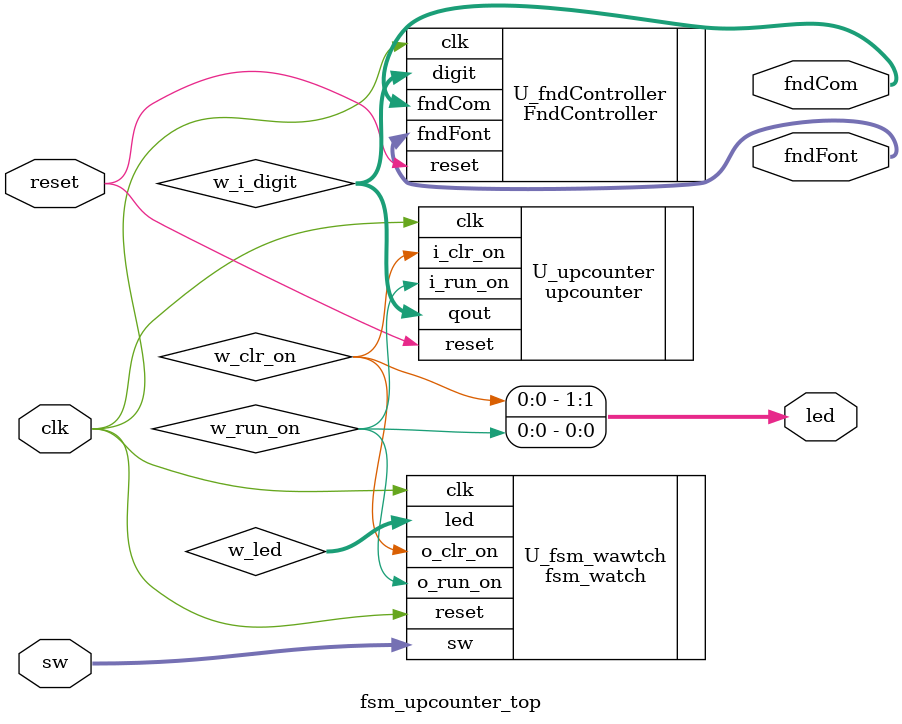
<source format=v>
`timescale 1ns / 1ps

module fsm_upcounter_top(
    input clk,
    input reset,
    input [1:0] sw,
    output [3:0] fndCom,
    output [7:0] fndFont,
    output [1:0] led
    );

    wire [13:0] w_i_digit;
    wire [1:0] w_led;
    wire w_run_on;
    wire w_clr_on;

    fsm_watch U_fsm_wawtch(
        .clk(clk),
        .reset(clk),
        .sw(sw),
        .led(w_led),
        .o_run_on(w_run_on),
        .o_clr_on(w_clr_on)
    );

    upcounter U_upcounter(
        .clk(clk),
        .reset(reset),
        .i_run_on(w_run_on),
        .i_clr_on(w_clr_on),
        .qout(w_i_digit)
    );

    FndController U_fndController(
        .clk(clk),
        .reset(reset),
        .digit(w_i_digit),
        // output
        .fndCom(fndCom),
        .fndFont(fndFont)
    );

    assign led[0] = w_run_on;
    assign led[1] = w_clr_on;

endmodule

</source>
